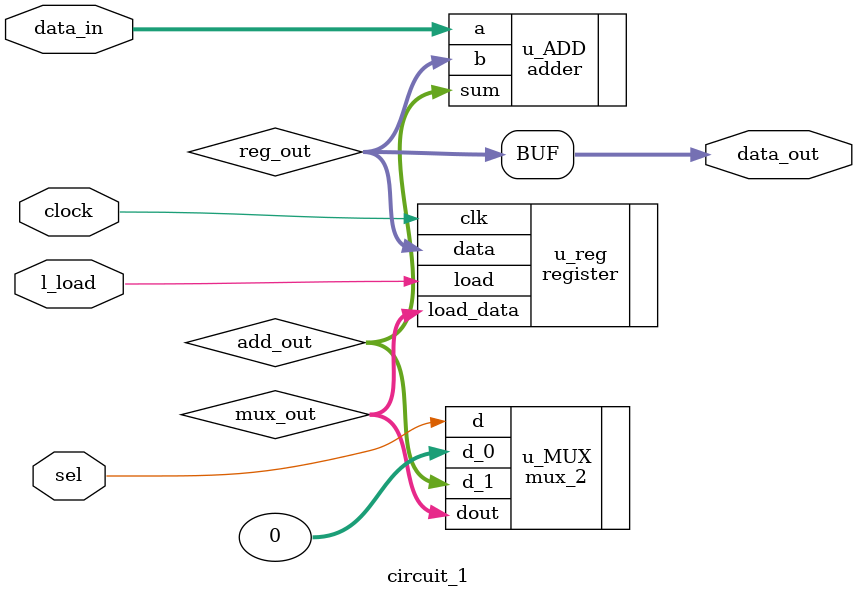
<source format=v>
module circuit_1(data_out,clock,data_in,sel,l_load);
	input [7:0] data_in;
	input sel;
	input l_load;
	input clock;
	output [7:0] data_out;
	
	wire [7:0] reg_out;
	wire [7:0] mux_out;
	wire [7:0] add_out;
	
	adder u_ADD(
		.a(data_in),
		.b(reg_out),
		.sum(add_out)
	);
	
	mux_2 u_MUX(
		.d_0(0),
		.d_1(add_out),
		.d(sel),
		.dout(mux_out)
	);
	
	register u_reg(
		.clk(clock),
		.load(l_load),
		.load_data(mux_out),
		.data(reg_out)
	);
	assign data_out=reg_out;
endmodule


</source>
